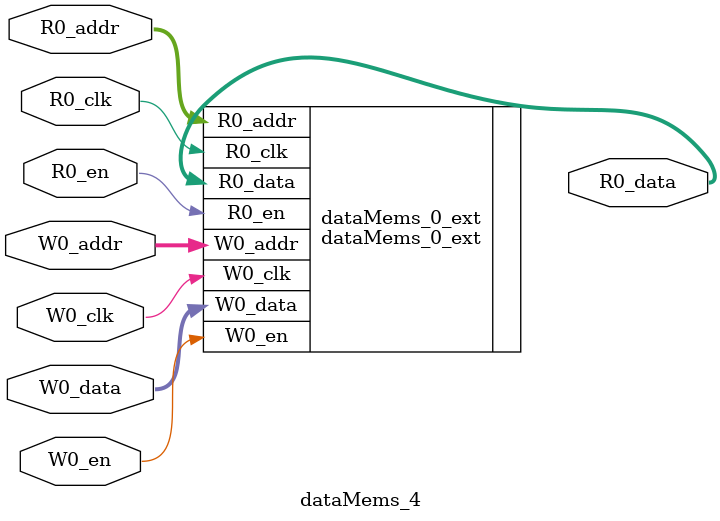
<source format=sv>
`ifndef RANDOMIZE
  `ifdef RANDOMIZE_REG_INIT
    `define RANDOMIZE
  `endif // RANDOMIZE_REG_INIT
`endif // not def RANDOMIZE
`ifndef RANDOMIZE
  `ifdef RANDOMIZE_MEM_INIT
    `define RANDOMIZE
  `endif // RANDOMIZE_MEM_INIT
`endif // not def RANDOMIZE

`ifndef RANDOM
  `define RANDOM $random
`endif // not def RANDOM

// Users can define 'PRINTF_COND' to add an extra gate to prints.
`ifndef PRINTF_COND_
  `ifdef PRINTF_COND
    `define PRINTF_COND_ (`PRINTF_COND)
  `else  // PRINTF_COND
    `define PRINTF_COND_ 1
  `endif // PRINTF_COND
`endif // not def PRINTF_COND_

// Users can define 'ASSERT_VERBOSE_COND' to add an extra gate to assert error printing.
`ifndef ASSERT_VERBOSE_COND_
  `ifdef ASSERT_VERBOSE_COND
    `define ASSERT_VERBOSE_COND_ (`ASSERT_VERBOSE_COND)
  `else  // ASSERT_VERBOSE_COND
    `define ASSERT_VERBOSE_COND_ 1
  `endif // ASSERT_VERBOSE_COND
`endif // not def ASSERT_VERBOSE_COND_

// Users can define 'STOP_COND' to add an extra gate to stop conditions.
`ifndef STOP_COND_
  `ifdef STOP_COND
    `define STOP_COND_ (`STOP_COND)
  `else  // STOP_COND
    `define STOP_COND_ 1
  `endif // STOP_COND
`endif // not def STOP_COND_

// Users can define INIT_RANDOM as general code that gets injected into the
// initializer block for modules with registers.
`ifndef INIT_RANDOM
  `define INIT_RANDOM
`endif // not def INIT_RANDOM

// If using random initialization, you can also define RANDOMIZE_DELAY to
// customize the delay used, otherwise 0.002 is used.
`ifndef RANDOMIZE_DELAY
  `define RANDOMIZE_DELAY 0.002
`endif // not def RANDOMIZE_DELAY

// Define INIT_RANDOM_PROLOG_ for use in our modules below.
`ifndef INIT_RANDOM_PROLOG_
  `ifdef RANDOMIZE
    `ifdef VERILATOR
      `define INIT_RANDOM_PROLOG_ `INIT_RANDOM
    `else  // VERILATOR
      `define INIT_RANDOM_PROLOG_ `INIT_RANDOM #`RANDOMIZE_DELAY begin end
    `endif // VERILATOR
  `else  // RANDOMIZE
    `define INIT_RANDOM_PROLOG_
  `endif // RANDOMIZE
`endif // not def INIT_RANDOM_PROLOG_

// Include register initializers in init blocks unless synthesis is set
`ifndef SYNTHESIS
  `ifndef ENABLE_INITIAL_REG_
    `define ENABLE_INITIAL_REG_
  `endif // not def ENABLE_INITIAL_REG_
`endif // not def SYNTHESIS

// Include rmemory initializers in init blocks unless synthesis is set
`ifndef SYNTHESIS
  `ifndef ENABLE_INITIAL_MEM_
    `define ENABLE_INITIAL_MEM_
  `endif // not def ENABLE_INITIAL_MEM_
`endif // not def SYNTHESIS

module dataMems_4(	// @[generators/ara/src/main/scala/UnsafeAXI4ToTL.scala:365:62]
  input  [4:0]   R0_addr,
  input          R0_en,
  input          R0_clk,
  output [258:0] R0_data,
  input  [4:0]   W0_addr,
  input          W0_en,
  input          W0_clk,
  input  [258:0] W0_data
);

  dataMems_0_ext dataMems_0_ext (	// @[generators/ara/src/main/scala/UnsafeAXI4ToTL.scala:365:62]
    .R0_addr (R0_addr),
    .R0_en   (R0_en),
    .R0_clk  (R0_clk),
    .R0_data (R0_data),
    .W0_addr (W0_addr),
    .W0_en   (W0_en),
    .W0_clk  (W0_clk),
    .W0_data (W0_data)
  );
endmodule


</source>
